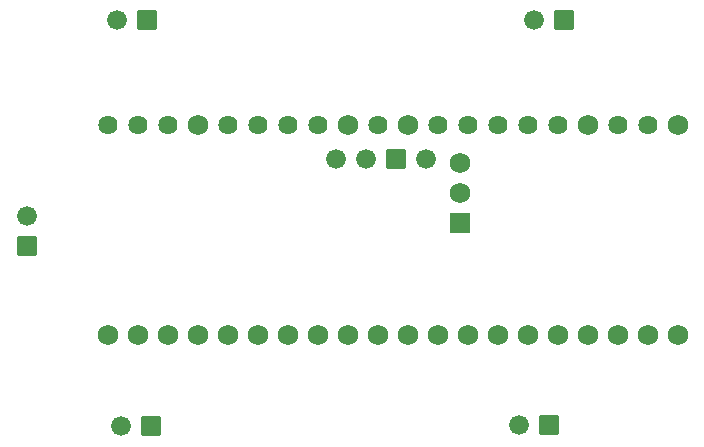
<source format=gbs>
G04 Layer: BottomSolderMaskLayer*
G04 EasyEDA v6.5.23, 2023-05-02 21:24:27*
G04 e18e553d63b247878dc8903f2d5500c8,4f913e99b9844981aeab8c69eabd27f9,10*
G04 Gerber Generator version 0.2*
G04 Scale: 100 percent, Rotated: No, Reflected: No *
G04 Dimensions in millimeters *
G04 leading zeros omitted , absolute positions ,4 integer and 5 decimal *
%FSLAX45Y45*%
%MOMM*%

%AMMACRO1*1,1,$1,$2,$3*1,1,$1,$4,$5*1,1,$1,0-$2,0-$3*1,1,$1,0-$4,0-$5*20,1,$1,$2,$3,$4,$5,0*20,1,$1,$4,$5,0-$2,0-$3,0*20,1,$1,0-$2,0-$3,0-$4,0-$5,0*20,1,$1,0-$4,0-$5,$2,$3,0*4,1,4,$2,$3,$4,$5,0-$2,0-$3,0-$4,0-$5,$2,$3,0*%
%ADD10MACRO1,0.1016X-0.7874X0.7874X0.7874X0.7874*%
%ADD11C,1.6764*%
%ADD12MACRO1,0.1016X0.7874X-0.7874X-0.7874X-0.7874*%
%ADD13MACRO1,0.1016X0.7874X0.7874X0.7874X-0.7874*%
%ADD14C,1.7272*%
%ADD15C,1.6256*%
%ADD16MACRO1,0.2032X-0.762X0.762X0.762X0.762*%

%LPD*%
D10*
G01*
X317500Y-2209800D03*
D11*
G01*
X317500Y-1955800D03*
G01*
X3695700Y-1473200D03*
D12*
G01*
X3441700Y-1473200D03*
D11*
G01*
X3187700Y-1473200D03*
G01*
X2933700Y-1473200D03*
G01*
X4483100Y-3721100D03*
D13*
G01*
X4737100Y-3721100D03*
D11*
G01*
X1117600Y-3733800D03*
D13*
G01*
X1371600Y-3733800D03*
D11*
G01*
X1079500Y-292100D03*
D13*
G01*
X1333500Y-292100D03*
D11*
G01*
X4610100Y-292100D03*
D13*
G01*
X4864100Y-292100D03*
D14*
G01*
X5829300Y-1181100D03*
D15*
G01*
X5575300Y-1181100D03*
G01*
X5321300Y-1181100D03*
D14*
G01*
X5067300Y-1181100D03*
D15*
G01*
X4813300Y-1181100D03*
G01*
X4559300Y-1181100D03*
G01*
X4305300Y-1181100D03*
G01*
X4051300Y-1181100D03*
G01*
X3797300Y-1181100D03*
D14*
G01*
X3543300Y-1181100D03*
D15*
G01*
X3289300Y-1181100D03*
D14*
G01*
X3035300Y-1181100D03*
D15*
G01*
X2781300Y-1181100D03*
G01*
X2527300Y-1181100D03*
G01*
X2273300Y-1181100D03*
G01*
X2019300Y-1181100D03*
D14*
G01*
X1765300Y-1181100D03*
D15*
G01*
X1511300Y-1181100D03*
G01*
X1257300Y-1181100D03*
G01*
X1003300Y-1181100D03*
D14*
G01*
X5829300Y-2959100D03*
G01*
X5575300Y-2959100D03*
G01*
X5321300Y-2959100D03*
G01*
X5067300Y-2959100D03*
G01*
X4813300Y-2959100D03*
G01*
X4559300Y-2959100D03*
G01*
X4305300Y-2959100D03*
G01*
X4051300Y-2959100D03*
G01*
X3797300Y-2959100D03*
G01*
X3543300Y-2959100D03*
G01*
X3289300Y-2959100D03*
G01*
X3035300Y-2959100D03*
G01*
X2781300Y-2959100D03*
G01*
X2527300Y-2959100D03*
G01*
X2273300Y-2959100D03*
G01*
X2019300Y-2959100D03*
G01*
X1765300Y-2959100D03*
G01*
X1511300Y-2959100D03*
G01*
X1257300Y-2959100D03*
G01*
X1003300Y-2959100D03*
G01*
X3986301Y-1757705D03*
G01*
X3986301Y-1503705D03*
D16*
G01*
X3986293Y-2011700D03*
M02*

</source>
